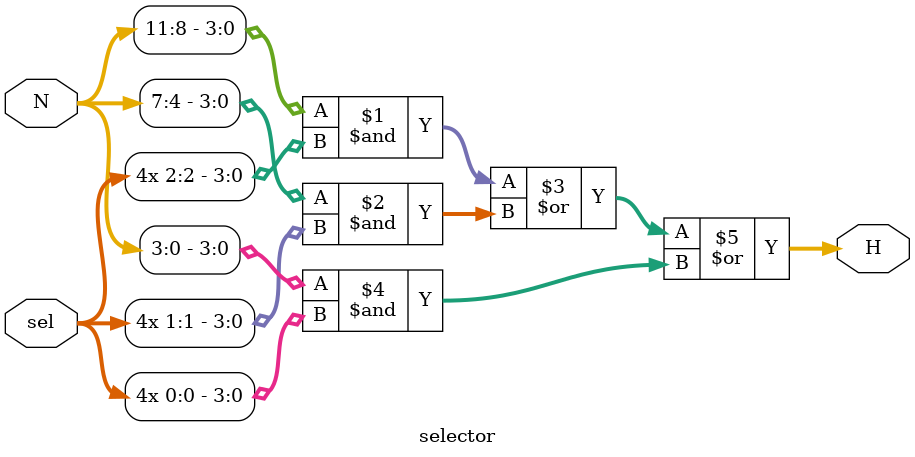
<source format=v>
`timescale 1ns / 1ps


module selector(
    input [2:0] sel,
    input [11:0] N,
    output [3:0] H
    );
    
    assign H = (N[11:8]&{4{sel[2]}}) 
                | (N[7:4]&{4{sel[1]}}) 
                | (N[3:0]&{4{sel[0]}});
    
endmodule

</source>
